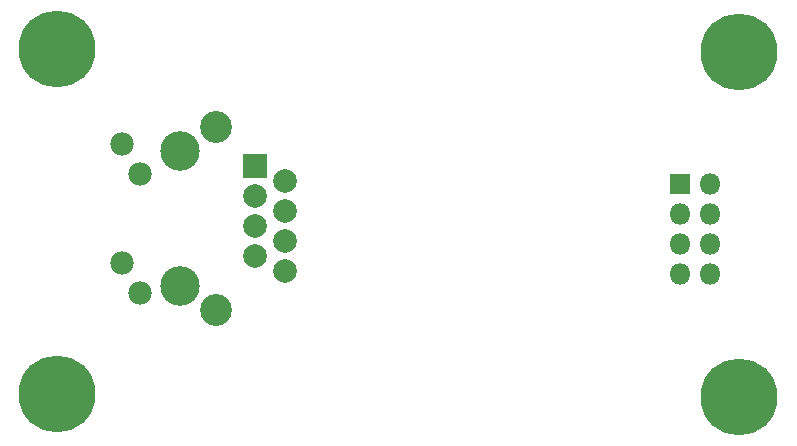
<source format=gbr>
%TF.GenerationSoftware,KiCad,Pcbnew,(5.1.6)-1*%
%TF.CreationDate,2020-09-26T17:15:15+05:30*%
%TF.ProjectId,ENC28J60_Dev_Board,454e4332-384a-4363-905f-4465765f426f,rev?*%
%TF.SameCoordinates,Original*%
%TF.FileFunction,Soldermask,Bot*%
%TF.FilePolarity,Negative*%
%FSLAX46Y46*%
G04 Gerber Fmt 4.6, Leading zero omitted, Abs format (unit mm)*
G04 Created by KiCad (PCBNEW (5.1.6)-1) date 2020-09-26 17:15:15*
%MOMM*%
%LPD*%
G01*
G04 APERTURE LIST*
%ADD10C,6.500000*%
%ADD11C,0.900000*%
%ADD12R,2.000000X2.000000*%
%ADD13C,2.000000*%
%ADD14C,1.990000*%
%ADD15C,2.700000*%
%ADD16C,3.350000*%
%ADD17R,1.800000X1.800000*%
%ADD18O,1.800000X1.800000*%
G04 APERTURE END LIST*
D10*
%TO.C,H1*%
X87000000Y-109000000D03*
D11*
X84600000Y-109000000D03*
X85302944Y-107302944D03*
X87000000Y-106600000D03*
X88697056Y-107302944D03*
X89400000Y-109000000D03*
X88697056Y-110697056D03*
X87000000Y-111400000D03*
X85302944Y-110697056D03*
%TD*%
%TO.C,H2*%
X143052944Y-110947056D03*
X144750000Y-111650000D03*
X146447056Y-110947056D03*
X147150000Y-109250000D03*
X146447056Y-107552944D03*
X144750000Y-106850000D03*
X143052944Y-107552944D03*
X142350000Y-109250000D03*
D10*
X144750000Y-109250000D03*
%TD*%
%TO.C,H3*%
X144750000Y-80000000D03*
D11*
X147150000Y-80000000D03*
X146447056Y-81697056D03*
X144750000Y-82400000D03*
X143052944Y-81697056D03*
X142350000Y-80000000D03*
X143052944Y-78302944D03*
X144750000Y-77600000D03*
X146447056Y-78302944D03*
%TD*%
%TO.C,H4*%
X88697056Y-78102944D03*
X87000000Y-77400000D03*
X85302944Y-78102944D03*
X84600000Y-79800000D03*
X85302944Y-81497056D03*
X87000000Y-82200000D03*
X88697056Y-81497056D03*
X89400000Y-79800000D03*
D10*
X87000000Y-79800000D03*
%TD*%
D12*
%TO.C,J1*%
X103700000Y-89700000D03*
D13*
X106240000Y-90970000D03*
X103700000Y-92240000D03*
X106240000Y-93510000D03*
X103700000Y-94780000D03*
X106240000Y-96050000D03*
X103700000Y-97320000D03*
X106240000Y-98590000D03*
D14*
X93980000Y-100470000D03*
X92460000Y-97930000D03*
X93980000Y-90360000D03*
X92460000Y-87820000D03*
D15*
X100410000Y-86370000D03*
X100410000Y-101920000D03*
D16*
X97360000Y-88430000D03*
X97360000Y-99860000D03*
%TD*%
D17*
%TO.C,J2*%
X139750000Y-91250000D03*
D18*
X142290000Y-91250000D03*
X139750000Y-93790000D03*
X142290000Y-93790000D03*
X139750000Y-96330000D03*
X142290000Y-96330000D03*
X139750000Y-98870000D03*
X142290000Y-98870000D03*
%TD*%
M02*

</source>
